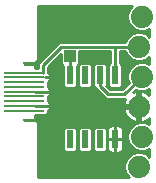
<source format=gtl>
G75*
%MOIN*%
%OFA0B0*%
%FSLAX25Y25*%
%IPPOS*%
%LPD*%
%AMOC8*
5,1,8,0,0,1.08239X$1,22.5*
%
%ADD10R,0.13780X0.00945*%
%ADD11R,0.00787X0.00787*%
%ADD12R,0.02362X0.06102*%
%ADD13C,0.07400*%
%ADD14R,0.03962X0.03962*%
%ADD15C,0.01000*%
%ADD16C,0.02900*%
%ADD17C,0.00787*%
D10*
X0008090Y0026137D03*
X0008090Y0027711D03*
X0008090Y0029286D03*
X0008090Y0030861D03*
X0008090Y0032436D03*
X0008090Y0034011D03*
X0008090Y0035585D03*
X0008090Y0037160D03*
X0008090Y0038735D03*
D11*
X0008090Y0041885D03*
X0009665Y0041885D03*
X0009665Y0022987D03*
X0008090Y0022987D03*
D12*
X0023267Y0016609D03*
X0028267Y0016609D03*
X0033267Y0016609D03*
X0038267Y0016609D03*
X0038267Y0037869D03*
X0033267Y0037869D03*
X0028267Y0037869D03*
X0023267Y0037869D03*
D13*
X0046239Y0047436D03*
X0047239Y0057436D03*
X0047239Y0037436D03*
X0046239Y0027436D03*
X0047239Y0017436D03*
X0046239Y0007436D03*
D14*
X0023287Y0044168D03*
D15*
X0012739Y0022034D02*
X0012739Y0003936D01*
X0042951Y0003936D01*
X0042170Y0004717D01*
X0041439Y0006481D01*
X0041439Y0008391D01*
X0042170Y0010155D01*
X0043520Y0011505D01*
X0045285Y0012236D01*
X0047194Y0012236D01*
X0048958Y0011505D01*
X0049739Y0010724D01*
X0049739Y0013276D01*
X0048194Y0012636D01*
X0046285Y0012636D01*
X0044520Y0013367D01*
X0043170Y0014717D01*
X0042439Y0016481D01*
X0042439Y0018391D01*
X0043170Y0020155D01*
X0044520Y0021505D01*
X0046285Y0022236D01*
X0048194Y0022236D01*
X0049739Y0021596D01*
X0049739Y0023582D01*
X0049627Y0023469D01*
X0048965Y0022988D01*
X0048235Y0022617D01*
X0047457Y0022364D01*
X0046739Y0022250D01*
X0046739Y0026936D01*
X0045739Y0026936D01*
X0041054Y0026936D01*
X0041167Y0026218D01*
X0041420Y0025440D01*
X0041792Y0024710D01*
X0042273Y0024048D01*
X0042852Y0023469D01*
X0043514Y0022988D01*
X0044243Y0022617D01*
X0045022Y0022364D01*
X0045739Y0022250D01*
X0045739Y0026936D01*
X0045739Y0027936D01*
X0041054Y0027936D01*
X0041167Y0028653D01*
X0041420Y0029432D01*
X0041694Y0029970D01*
X0035222Y0029970D01*
X0034285Y0030907D01*
X0031667Y0033525D01*
X0031667Y0033718D01*
X0031630Y0033718D01*
X0030986Y0034362D01*
X0030986Y0041376D01*
X0031630Y0042020D01*
X0034904Y0042020D01*
X0035548Y0041376D01*
X0035548Y0034362D01*
X0035452Y0034266D01*
X0036548Y0033170D01*
X0040710Y0033170D01*
X0042903Y0035362D01*
X0042439Y0036481D01*
X0042439Y0038391D01*
X0043170Y0040155D01*
X0044520Y0041505D01*
X0046285Y0042236D01*
X0048194Y0042236D01*
X0049739Y0041596D01*
X0049739Y0044148D01*
X0048958Y0043367D01*
X0047194Y0042636D01*
X0045285Y0042636D01*
X0043520Y0043367D01*
X0042170Y0044717D01*
X0041707Y0045836D01*
X0039867Y0045836D01*
X0039867Y0042020D01*
X0039904Y0042020D01*
X0040548Y0041376D01*
X0040548Y0034362D01*
X0039904Y0033718D01*
X0036630Y0033718D01*
X0035986Y0034362D01*
X0035986Y0041376D01*
X0036630Y0042020D01*
X0036667Y0042020D01*
X0036667Y0045836D01*
X0026368Y0045836D01*
X0026368Y0041758D01*
X0026630Y0042020D01*
X0029904Y0042020D01*
X0030548Y0041376D01*
X0030548Y0034362D01*
X0029904Y0033718D01*
X0026630Y0033718D01*
X0025986Y0034362D01*
X0025986Y0041349D01*
X0025723Y0041087D01*
X0025548Y0041087D01*
X0025548Y0034362D01*
X0024904Y0033718D01*
X0021630Y0033718D01*
X0020986Y0034362D01*
X0020986Y0041087D01*
X0020850Y0041087D01*
X0020206Y0041731D01*
X0020206Y0045123D01*
X0015831Y0040749D01*
X0015831Y0039911D01*
X0016080Y0039663D01*
X0016080Y0038654D01*
X0016180Y0038554D01*
X0016377Y0038212D01*
X0016480Y0037830D01*
X0016480Y0037160D01*
X0014919Y0037160D01*
X0014919Y0037160D01*
X0016480Y0037160D01*
X0016480Y0036490D01*
X0016377Y0036109D01*
X0016180Y0035767D01*
X0016080Y0035666D01*
X0016080Y0033930D01*
X0016180Y0033829D01*
X0016377Y0033487D01*
X0016480Y0033106D01*
X0016480Y0032436D01*
X0011476Y0032436D01*
X0011476Y0032436D01*
X0016480Y0032436D01*
X0016480Y0031766D01*
X0016377Y0031384D01*
X0016180Y0031042D01*
X0016080Y0030942D01*
X0016080Y0029205D01*
X0016180Y0029105D01*
X0016377Y0028763D01*
X0016480Y0028381D01*
X0016480Y0027711D01*
X0011476Y0027711D01*
X0011476Y0027711D01*
X0016480Y0027711D01*
X0016480Y0027041D01*
X0016377Y0026660D01*
X0016180Y0026318D01*
X0016080Y0026218D01*
X0016080Y0025209D01*
X0015435Y0024564D01*
X0011476Y0024564D01*
X0011476Y0023887D01*
X0011558Y0023578D01*
X0011558Y0022987D01*
X0011476Y0022987D01*
X0011476Y0022987D01*
X0011558Y0022987D01*
X0011558Y0022912D01*
X0011861Y0022912D01*
X0012739Y0022034D01*
X0012367Y0022406D02*
X0044892Y0022406D01*
X0045739Y0022406D02*
X0046739Y0022406D01*
X0046739Y0023405D02*
X0045739Y0023405D01*
X0045739Y0024403D02*
X0046739Y0024403D01*
X0046739Y0025402D02*
X0045739Y0025402D01*
X0045739Y0026400D02*
X0046739Y0026400D01*
X0045739Y0027399D02*
X0016480Y0027399D01*
X0016227Y0026400D02*
X0041139Y0026400D01*
X0041440Y0025402D02*
X0016080Y0025402D01*
X0014326Y0022987D02*
X0014326Y0005050D01*
X0012739Y0005431D02*
X0041874Y0005431D01*
X0041461Y0006430D02*
X0012739Y0006430D01*
X0012739Y0007428D02*
X0041439Y0007428D01*
X0041454Y0008427D02*
X0012739Y0008427D01*
X0012739Y0009425D02*
X0041868Y0009425D01*
X0042439Y0010424D02*
X0012739Y0010424D01*
X0012739Y0011422D02*
X0043438Y0011422D01*
X0044468Y0013419D02*
X0040948Y0013419D01*
X0040948Y0013360D02*
X0040948Y0016518D01*
X0038358Y0016518D01*
X0038358Y0016700D01*
X0040948Y0016700D01*
X0040948Y0019858D01*
X0040846Y0020239D01*
X0040648Y0020581D01*
X0040369Y0020861D01*
X0040027Y0021058D01*
X0039646Y0021160D01*
X0038357Y0021160D01*
X0038357Y0016700D01*
X0038176Y0016700D01*
X0038176Y0021160D01*
X0036888Y0021160D01*
X0036507Y0021058D01*
X0036165Y0020861D01*
X0035886Y0020581D01*
X0035688Y0020239D01*
X0035586Y0019858D01*
X0035586Y0016700D01*
X0038176Y0016700D01*
X0038176Y0016518D01*
X0038357Y0016518D01*
X0038357Y0012058D01*
X0039646Y0012058D01*
X0040027Y0012160D01*
X0040369Y0012358D01*
X0040648Y0012637D01*
X0040846Y0012979D01*
X0040948Y0013360D01*
X0040432Y0012421D02*
X0049739Y0012421D01*
X0049739Y0011422D02*
X0049041Y0011422D01*
X0043469Y0014418D02*
X0040948Y0014418D01*
X0040948Y0015416D02*
X0042880Y0015416D01*
X0042467Y0016415D02*
X0040948Y0016415D01*
X0040948Y0017413D02*
X0042439Y0017413D01*
X0042448Y0018412D02*
X0040948Y0018412D01*
X0040948Y0019411D02*
X0042862Y0019411D01*
X0043424Y0020409D02*
X0040748Y0020409D01*
X0038357Y0020409D02*
X0038176Y0020409D01*
X0038176Y0019411D02*
X0038357Y0019411D01*
X0038357Y0018412D02*
X0038176Y0018412D01*
X0038176Y0017413D02*
X0038357Y0017413D01*
X0038176Y0016518D02*
X0035586Y0016518D01*
X0035586Y0013360D01*
X0035688Y0012979D01*
X0035886Y0012637D01*
X0036165Y0012358D01*
X0036507Y0012160D01*
X0036888Y0012058D01*
X0038176Y0012058D01*
X0038176Y0016518D01*
X0038176Y0016415D02*
X0038357Y0016415D01*
X0038357Y0015416D02*
X0038176Y0015416D01*
X0038176Y0014418D02*
X0038357Y0014418D01*
X0038357Y0013419D02*
X0038176Y0013419D01*
X0038176Y0012421D02*
X0038357Y0012421D01*
X0036101Y0012421D02*
X0012739Y0012421D01*
X0012739Y0013419D02*
X0020986Y0013419D01*
X0020986Y0013102D02*
X0021630Y0012458D01*
X0024904Y0012458D01*
X0025548Y0013102D01*
X0025548Y0020116D01*
X0024904Y0020760D01*
X0021630Y0020760D01*
X0020986Y0020116D01*
X0020986Y0013102D01*
X0020986Y0014418D02*
X0012739Y0014418D01*
X0012739Y0015416D02*
X0020986Y0015416D01*
X0020986Y0016415D02*
X0012739Y0016415D01*
X0012739Y0017413D02*
X0020986Y0017413D01*
X0020986Y0018412D02*
X0012739Y0018412D01*
X0012739Y0019411D02*
X0020986Y0019411D01*
X0021279Y0020409D02*
X0012739Y0020409D01*
X0012739Y0021408D02*
X0044423Y0021408D01*
X0042941Y0023405D02*
X0011558Y0023405D01*
X0011476Y0022908D02*
X0008169Y0022908D01*
X0008090Y0022987D01*
X0014326Y0022987D01*
X0011476Y0024403D02*
X0042015Y0024403D01*
X0041127Y0028397D02*
X0016475Y0028397D01*
X0016080Y0029396D02*
X0041409Y0029396D01*
X0041373Y0031570D02*
X0047239Y0037436D01*
X0049739Y0033276D02*
X0049739Y0031290D01*
X0049627Y0031402D01*
X0048965Y0031883D01*
X0048235Y0032255D01*
X0047457Y0032508D01*
X0046739Y0032621D01*
X0046739Y0027936D01*
X0045739Y0027936D01*
X0045739Y0032621D01*
X0045022Y0032508D01*
X0044359Y0032292D01*
X0045166Y0033099D01*
X0046285Y0032636D01*
X0048194Y0032636D01*
X0049739Y0033276D01*
X0049739Y0032391D02*
X0047816Y0032391D01*
X0046739Y0032391D02*
X0045739Y0032391D01*
X0045739Y0031393D02*
X0046739Y0031393D01*
X0046739Y0030394D02*
X0045739Y0030394D01*
X0045739Y0029396D02*
X0046739Y0029396D01*
X0046739Y0028397D02*
X0045739Y0028397D01*
X0044663Y0032391D02*
X0044457Y0032391D01*
X0041929Y0034388D02*
X0040548Y0034388D01*
X0040930Y0033390D02*
X0036328Y0033390D01*
X0035986Y0034388D02*
X0035548Y0034388D01*
X0035548Y0035387D02*
X0035986Y0035387D01*
X0035986Y0036385D02*
X0035548Y0036385D01*
X0035548Y0037384D02*
X0035986Y0037384D01*
X0035986Y0038382D02*
X0035548Y0038382D01*
X0035548Y0039381D02*
X0035986Y0039381D01*
X0035986Y0040379D02*
X0035548Y0040379D01*
X0035546Y0041378D02*
X0035988Y0041378D01*
X0036667Y0042376D02*
X0026368Y0042376D01*
X0026368Y0043375D02*
X0036667Y0043375D01*
X0036667Y0044373D02*
X0026368Y0044373D01*
X0026368Y0045372D02*
X0036667Y0045372D01*
X0038267Y0047416D02*
X0038247Y0047436D01*
X0020255Y0047436D01*
X0014231Y0041412D01*
X0014231Y0038735D01*
X0012631Y0040307D02*
X0011476Y0040307D01*
X0011476Y0040985D01*
X0011558Y0041293D01*
X0011558Y0041885D01*
X0011558Y0041959D01*
X0011861Y0041959D01*
X0012739Y0042838D01*
X0012739Y0060936D01*
X0043951Y0060936D01*
X0043170Y0060155D01*
X0042439Y0058391D01*
X0042439Y0056481D01*
X0043170Y0054717D01*
X0044520Y0053367D01*
X0046285Y0052636D01*
X0048194Y0052636D01*
X0049739Y0053276D01*
X0049739Y0050724D01*
X0048958Y0051505D01*
X0047194Y0052236D01*
X0045285Y0052236D01*
X0043520Y0051505D01*
X0042170Y0050155D01*
X0041707Y0049036D01*
X0019592Y0049036D01*
X0013569Y0043012D01*
X0012631Y0042075D01*
X0012631Y0040307D01*
X0012631Y0040379D02*
X0011476Y0040379D01*
X0011558Y0041378D02*
X0012631Y0041378D01*
X0012933Y0042376D02*
X0012278Y0042376D01*
X0012739Y0043375D02*
X0013931Y0043375D01*
X0013838Y0044168D02*
X0013838Y0052180D01*
X0016476Y0054818D01*
X0012739Y0054358D02*
X0043529Y0054358D01*
X0042905Y0055357D02*
X0012739Y0055357D01*
X0012739Y0056355D02*
X0042491Y0056355D01*
X0042439Y0057354D02*
X0012739Y0057354D01*
X0012739Y0058352D02*
X0042439Y0058352D01*
X0042837Y0059351D02*
X0012739Y0059351D01*
X0012739Y0060349D02*
X0043365Y0060349D01*
X0044537Y0053360D02*
X0012739Y0053360D01*
X0012739Y0052361D02*
X0049739Y0052361D01*
X0049739Y0051363D02*
X0049101Y0051363D01*
X0046239Y0047436D02*
X0038247Y0047436D01*
X0038267Y0047416D02*
X0038267Y0037869D01*
X0040548Y0037384D02*
X0042439Y0037384D01*
X0042439Y0038382D02*
X0040548Y0038382D01*
X0040548Y0039381D02*
X0042850Y0039381D01*
X0043395Y0040379D02*
X0040548Y0040379D01*
X0040546Y0041378D02*
X0044393Y0041378D01*
X0043512Y0043375D02*
X0039867Y0043375D01*
X0039867Y0042376D02*
X0049739Y0042376D01*
X0049739Y0043375D02*
X0048967Y0043375D01*
X0042514Y0044373D02*
X0039867Y0044373D01*
X0039867Y0045372D02*
X0041899Y0045372D01*
X0041843Y0049366D02*
X0012739Y0049366D01*
X0012739Y0050364D02*
X0042380Y0050364D01*
X0043378Y0051363D02*
X0012739Y0051363D01*
X0012739Y0048367D02*
X0018924Y0048367D01*
X0017925Y0047369D02*
X0012739Y0047369D01*
X0012739Y0046370D02*
X0016927Y0046370D01*
X0015928Y0045372D02*
X0012739Y0045372D01*
X0012739Y0044373D02*
X0014930Y0044373D01*
X0013838Y0044168D02*
X0011554Y0041885D01*
X0008090Y0041885D01*
X0008169Y0041806D01*
X0011476Y0041806D01*
X0011476Y0041885D02*
X0011476Y0041885D01*
X0011558Y0041885D01*
X0011476Y0041885D01*
X0009665Y0041885D02*
X0008090Y0041885D01*
X0015831Y0040379D02*
X0020986Y0040379D01*
X0020559Y0041378D02*
X0016460Y0041378D01*
X0017458Y0042376D02*
X0020206Y0042376D01*
X0020206Y0043375D02*
X0018457Y0043375D01*
X0019455Y0044373D02*
X0020206Y0044373D01*
X0023287Y0044168D02*
X0023267Y0037869D01*
X0025548Y0037384D02*
X0025986Y0037384D01*
X0025986Y0038382D02*
X0025548Y0038382D01*
X0025548Y0039381D02*
X0025986Y0039381D01*
X0025986Y0040379D02*
X0025548Y0040379D01*
X0025548Y0036385D02*
X0025986Y0036385D01*
X0025986Y0035387D02*
X0025548Y0035387D01*
X0025548Y0034388D02*
X0025986Y0034388D01*
X0030548Y0034388D02*
X0030986Y0034388D01*
X0030986Y0035387D02*
X0030548Y0035387D01*
X0030548Y0036385D02*
X0030986Y0036385D01*
X0030986Y0037384D02*
X0030548Y0037384D01*
X0030548Y0038382D02*
X0030986Y0038382D01*
X0030986Y0039381D02*
X0030548Y0039381D01*
X0030548Y0040379D02*
X0030986Y0040379D01*
X0030988Y0041378D02*
X0030546Y0041378D01*
X0033267Y0037869D02*
X0033267Y0034188D01*
X0035885Y0031570D01*
X0041373Y0031570D01*
X0040548Y0035387D02*
X0042893Y0035387D01*
X0042479Y0036385D02*
X0040548Y0036385D01*
X0034798Y0030394D02*
X0016080Y0030394D01*
X0016379Y0031393D02*
X0033799Y0031393D01*
X0032801Y0032391D02*
X0016480Y0032391D01*
X0016403Y0033390D02*
X0031802Y0033390D01*
X0031630Y0020760D02*
X0030986Y0020116D01*
X0030986Y0013102D01*
X0031630Y0012458D01*
X0034904Y0012458D01*
X0035548Y0013102D01*
X0035548Y0020116D01*
X0034904Y0020760D01*
X0031630Y0020760D01*
X0031279Y0020409D02*
X0030255Y0020409D01*
X0030548Y0020116D02*
X0029904Y0020760D01*
X0026630Y0020760D01*
X0025986Y0020116D01*
X0025986Y0013102D01*
X0026630Y0012458D01*
X0029904Y0012458D01*
X0030548Y0013102D01*
X0030548Y0020116D01*
X0030548Y0019411D02*
X0030986Y0019411D01*
X0030986Y0018412D02*
X0030548Y0018412D01*
X0030548Y0017413D02*
X0030986Y0017413D01*
X0030986Y0016415D02*
X0030548Y0016415D01*
X0030548Y0015416D02*
X0030986Y0015416D01*
X0030986Y0014418D02*
X0030548Y0014418D01*
X0030548Y0013419D02*
X0030986Y0013419D01*
X0035548Y0013419D02*
X0035586Y0013419D01*
X0035548Y0014418D02*
X0035586Y0014418D01*
X0035548Y0015416D02*
X0035586Y0015416D01*
X0035548Y0016415D02*
X0035586Y0016415D01*
X0035548Y0017413D02*
X0035586Y0017413D01*
X0035548Y0018412D02*
X0035586Y0018412D01*
X0035548Y0019411D02*
X0035586Y0019411D01*
X0035786Y0020409D02*
X0035255Y0020409D01*
X0026279Y0020409D02*
X0025255Y0020409D01*
X0025548Y0019411D02*
X0025986Y0019411D01*
X0025986Y0018412D02*
X0025548Y0018412D01*
X0025548Y0017413D02*
X0025986Y0017413D01*
X0025986Y0016415D02*
X0025548Y0016415D01*
X0025548Y0015416D02*
X0025986Y0015416D01*
X0025986Y0014418D02*
X0025548Y0014418D01*
X0025548Y0013419D02*
X0025986Y0013419D01*
X0012739Y0004433D02*
X0042454Y0004433D01*
X0047587Y0022406D02*
X0049739Y0022406D01*
X0049739Y0023405D02*
X0049538Y0023405D01*
X0049636Y0031393D02*
X0049739Y0031393D01*
X0020986Y0034388D02*
X0016080Y0034388D01*
X0016080Y0035387D02*
X0020986Y0035387D01*
X0020986Y0036385D02*
X0016451Y0036385D01*
X0016480Y0037384D02*
X0020986Y0037384D01*
X0020986Y0038382D02*
X0016279Y0038382D01*
X0016080Y0039381D02*
X0020986Y0039381D01*
X0009665Y0022987D02*
X0008090Y0022987D01*
D16*
X0014326Y0005050D03*
X0026137Y0031822D03*
X0031436Y0043794D03*
X0038523Y0054030D03*
X0016476Y0054818D03*
D17*
X0014231Y0038735D02*
X0008090Y0038735D01*
M02*

</source>
